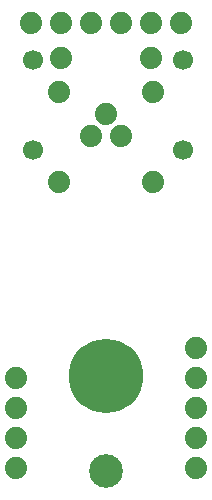
<source format=gbs>
G75*
%MOIN*%
%OFA0B0*%
%FSLAX24Y24*%
%IPPOS*%
%LPD*%
%AMOC8*
5,1,8,0,0,1.08239X$1,22.5*
%
%ADD10C,0.0740*%
%ADD11C,0.0669*%
%ADD12C,0.2480*%
%ADD13C,0.1122*%
D10*
X001037Y001006D03*
X001037Y002006D03*
X001037Y003006D03*
X001037Y004006D03*
X002462Y010521D03*
X003537Y012049D03*
X004037Y012799D03*
X004537Y012049D03*
X005612Y013521D03*
X005537Y014667D03*
X005537Y015824D03*
X004537Y015824D03*
X003537Y015824D03*
X002537Y015824D03*
X002537Y014667D03*
X002462Y013521D03*
X001537Y015824D03*
X005612Y010521D03*
X006537Y015824D03*
X007037Y005006D03*
X007037Y004006D03*
X007037Y003006D03*
X007037Y002006D03*
X007037Y001006D03*
D11*
X006600Y011600D03*
X006600Y014600D03*
X001600Y014600D03*
X001600Y011600D03*
D12*
X004037Y004057D03*
D13*
X004037Y000887D03*
M02*

</source>
